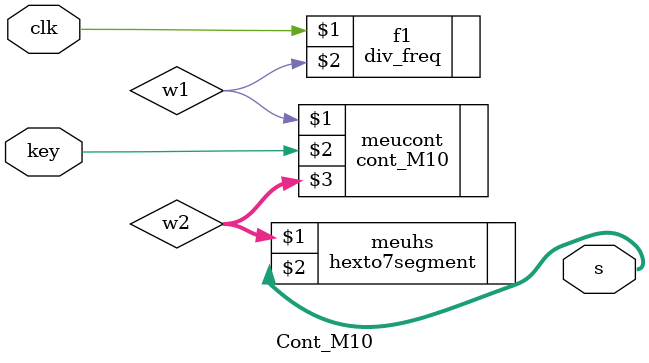
<source format=v>
`default_nettype none //Comando para desabilitar declaração automática de wires
module Mod_Teste (
//Clocks
input CLOCK_27, CLOCK_50,
//Chaves e Botoes
input [3:0] KEY,
input [17:0] SW,
//Displays de 7 seg e LEDs
output [0:6] HEX0, HEX1, HEX2, HEX3, HEX4, HEX5, HEX6, HEX7,
output [8:0] LEDG,
output [17:0] LEDR,
//Serial
output UART_TXD,
input UART_RXD,
inout [7:0] LCD_DATA,
output LCD_ON, LCD_BLON, LCD_RW, LCD_EN, LCD_RS,
//GPIO
inout [35:0] GPIO_0, GPIO_1
);
assign GPIO_1 = 36'hzzzzzzzzz;
assign GPIO_0 = 36'hzzzzzzzzz;
assign LCD_ON = 1'b1;
assign LCD_BLON = 1'b1;
wire [7:0] w_d0x0, w_d0x1, w_d0x2, w_d0x3, w_d0x4, w_d0x5,
w_d1x0, w_d1x1, w_d1x2, w_d1x3, w_d1x4, w_d1x5;
LCD_TEST MyLCD (
.iCLK ( CLOCK_50 ),
.iRST_N ( KEY[0] ),
.d0x0(w_d0x0),.d0x1(w_d0x1),.d0x2(w_d0x2),.d0x3(w_d0x3),.d0x4(w_d0x4),.d0x5(w_d0x5),
.d1x0(w_d1x0),.d1x1(w_d1x1),.d1x2(w_d1x2),.d1x3(w_d1x3),.d1x4(w_d1x4),.d1x5(w_d1x5),
.LCD_DATA( LCD_DATA ),
.LCD_RW ( LCD_RW ),
.LCD_EN ( LCD_EN ),
.LCD_RS ( LCD_RS )
);
//---------- modifique a partir daqui --------

hexto7segment meuseg(.x(SW[3:0]), .z(HEX0[0:6]));
freq clk(CLOCK_50, LEDG[0]);
Cont_M10 mc(CLOCK_50, KEY[1],HEX4[0:6]);

endmodule

module Cont_M10(input clk,key, output [0:6]s);
	wire w1;	
	wire [3:0]w2;	
	div_freq f1(clk,w1);	
	cont_M10 meucont(w1,key,w2);	
	hexto7segment meuhs(w2,s);	
	//desafio meuhs(w2,s);
endmodule
</source>
